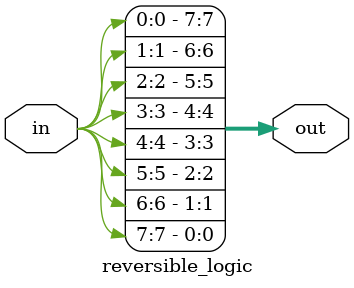
<source format=v>
`timescale 1ns / 1ps

module reversible_logic (
    input  wire [7:0] in,
    output wire [7:0] out
);

assign out[7] = in[0];
assign out[6] = in[1];
assign out[5] = in[2];
assign out[4] = in[3];
assign out[3] = in[4];
assign out[2] = in[5];
assign out[1] = in[6];
assign out[0] = in[7];

endmodule





</source>
